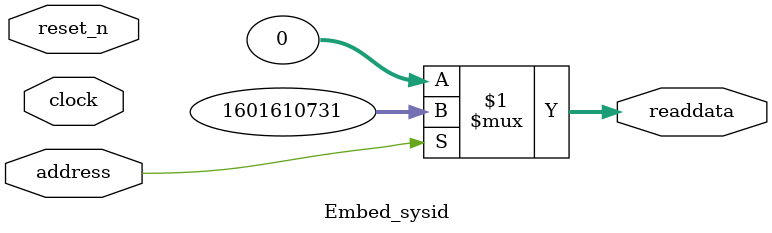
<source format=v>



// synthesis translate_off
`timescale 1ns / 1ps
// synthesis translate_on

// turn off superfluous verilog processor warnings 
// altera message_level Level1 
// altera message_off 10034 10035 10036 10037 10230 10240 10030 

module Embed_sysid (
               // inputs:
                address,
                clock,
                reset_n,

               // outputs:
                readdata
             )
;

  output  [ 31: 0] readdata;
  input            address;
  input            clock;
  input            reset_n;

  wire    [ 31: 0] readdata;
  //control_slave, which is an e_avalon_slave
  assign readdata = address ? 1601610731 : 0;

endmodule



</source>
